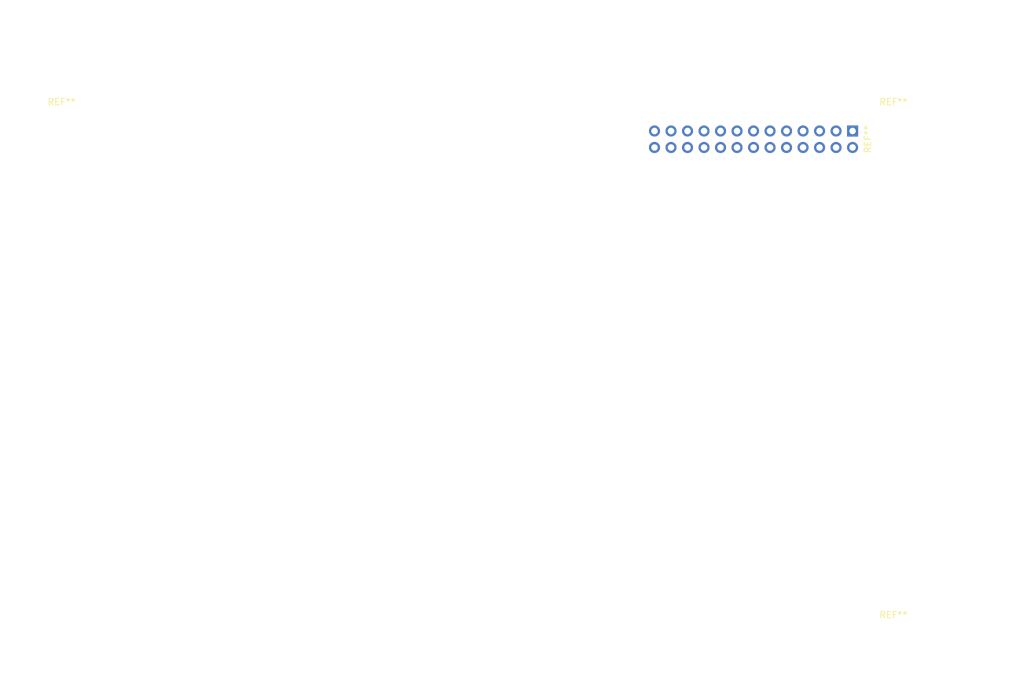
<source format=kicad_pcb>
(kicad_pcb (version 20211014) (generator pcbnew)
  (layers (0 "F.Cu" signal) (31 "B.Cu" signal) (34 "B.Paste" user) (35 "F.Paste" user) (36 "B.SilkS" user "B.Silkscreen") (37 "F.SilkS" user "F.Silkscreen") (38 "B.Mask" user) (39 "F.Mask" user) (44 "Edge.Cuts" user))
  (net 0 "")
  (footprint "Connector_PinHeader_2.54mm:PinHeader_2x13_P2.54mm_Vertical" (layer "F.Cu") (at 224.52 62.37 -90)
    (fp_text reference "REF**" (at 1.27 -2.33 90) (layer "F.SilkS"))
    (fp_text value "PinHeader_2x13_P2.54mm_Vertical")
    (pad "1" thru_hole rect (at 0 0 270) (size 1.7 1.7) (drill 1) (layers *.Cu *.Mask))
    (pad "2" thru_hole oval (at 2.54 0 270) (size 1.7 1.7) (drill 1) (layers *.Cu *.Mask))
    (pad "3" thru_hole oval (at 0 2.54 270) (size 1.7 1.7) (drill 1) (layers *.Cu *.Mask))
    (pad "4" thru_hole oval (at 2.54 2.54 270) (size 1.7 1.7) (drill 1) (layers *.Cu *.Mask))
    (pad "5" thru_hole oval (at 0 5.08 270) (size 1.7 1.7) (drill 1) (layers *.Cu *.Mask))
    (pad "6" thru_hole oval (at 2.54 5.08 270) (size 1.7 1.7) (drill 1) (layers *.Cu *.Mask))
    (pad "7" thru_hole oval (at 0 7.62 270) (size 1.7 1.7) (drill 1) (layers *.Cu *.Mask))
    (pad "8" thru_hole oval (at 2.54 7.62 270) (size 1.7 1.7) (drill 1) (layers *.Cu *.Mask))
    (pad "9" thru_hole oval (at 0 10.16 270) (size 1.7 1.7) (drill 1) (layers *.Cu *.Mask))
    (pad "10" thru_hole oval (at 2.54 10.16 270) (size 1.7 1.7) (drill 1) (layers *.Cu *.Mask))
    (pad "11" thru_hole oval (at 0 12.7 270) (size 1.7 1.7) (drill 1) (layers *.Cu *.Mask))
    (pad "12" thru_hole oval (at 2.54 12.7 270) (size 1.7 1.7) (drill 1) (layers *.Cu *.Mask))
    (pad "13" thru_hole oval (at 0 15.24 270) (size 1.7 1.7) (drill 1) (layers *.Cu *.Mask))
    (pad "14" thru_hole oval (at 2.54 15.24 270) (size 1.7 1.7) (drill 1) (layers *.Cu *.Mask))
    (pad "15" thru_hole oval (at 0 17.78 270) (size 1.7 1.7) (drill 1) (layers *.Cu *.Mask))
    (pad "16" thru_hole oval (at 2.54 17.78 270) (size 1.7 1.7) (drill 1) (layers *.Cu *.Mask))
    (pad "17" thru_hole oval (at 0 20.32 270) (size 1.7 1.7) (drill 1) (layers *.Cu *.Mask))
    (pad "18" thru_hole oval (at 2.54 20.32 270) (size 1.7 1.7) (drill 1) (layers *.Cu *.Mask))
    (pad "19" thru_hole oval (at 0 22.86 270) (size 1.7 1.7) (drill 1) (layers *.Cu *.Mask))
    (pad "20" thru_hole oval (at 2.54 22.86 270) (size 1.7 1.7) (drill 1) (layers *.Cu *.Mask))
    (pad "21" thru_hole oval (at 0 25.4 270) (size 1.7 1.7) (drill 1) (layers *.Cu *.Mask))
    (pad "22" thru_hole oval (at 2.54 25.4 270) (size 1.7 1.7) (drill 1) (layers *.Cu *.Mask))
    (pad "23" thru_hole oval (at 0 27.94 270) (size 1.7 1.7) (drill 1) (layers *.Cu *.Mask))
    (pad "24" thru_hole oval (at 2.54 27.94 270) (size 1.7 1.7) (drill 1) (layers *.Cu *.Mask))
    (pad "25" thru_hole oval (at 0 30.48 270) (size 1.7 1.7) (drill 1) (layers *.Cu *.Mask))
    (pad "26" thru_hole oval (at 2.54 30.48 270) (size 1.7 1.7) (drill 1) (layers *.Cu *.Mask))
  )
  (footprint "MountingHole:MountingHole_3.2mm_M3" (layer "F.Cu") (at 102.8 62.1)
    (fp_text reference "REF**" (at 0 -4.2) (layer "F.SilkS"))
    (fp_text value "MountingHole_3.2mm_M3")
    (pad "" np_thru_hole circle (at 0 0) (size 3.2 3.2) (drill 3.2) (layers *.Cu *.Mask))
  )
  (footprint "MountingHole:MountingHole_3.2mm_M3" (layer "F.Cu") (at 230.8 141.1)
    (fp_text reference "REF**" (at 0 -4.2) (layer "F.SilkS"))
    (fp_text value "MountingHole_3.2mm_M3")
    (pad "" np_thru_hole circle (at 0 0) (size 3.2 3.2) (drill 3.2) (layers *.Cu *.Mask))
  )
  (footprint "MountingHole:MountingHole_3.2mm_M3" (layer "F.Cu") (at 230.8 62.1)
    (fp_text reference "REF**" (at 0 -4.2) (layer "F.SilkS"))
    (fp_text value "MountingHole_3.2mm_M3")
    (pad "" np_thru_hole circle (at 0 0) (size 3.2 3.2) (drill 3.2) (layers *.Cu *.Mask))
  )
)
</source>
